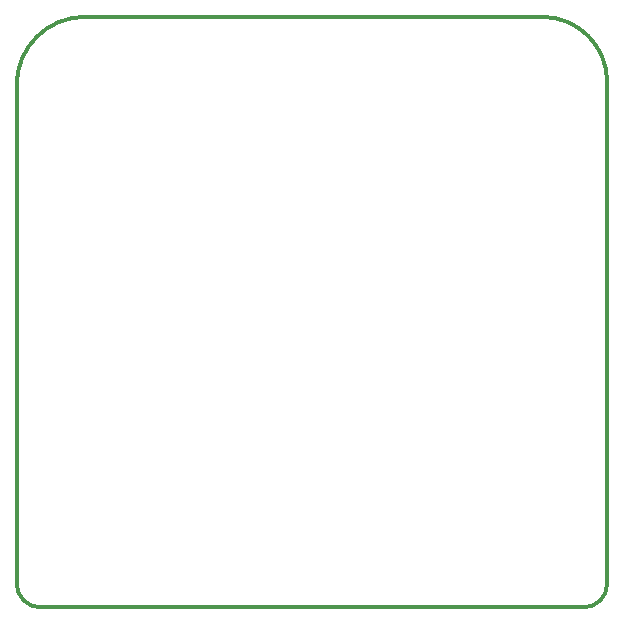
<source format=gko>
%FSLAX25Y25*%
%MOIN*%
G70*
G01*
G75*
G04 Layer_Color=9279142*
%ADD10C,0.03937*%
G04:AMPARAMS|DCode=11|XSize=19.69mil|YSize=31.5mil|CornerRadius=0.98mil|HoleSize=0mil|Usage=FLASHONLY|Rotation=180.000|XOffset=0mil|YOffset=0mil|HoleType=Round|Shape=RoundedRectangle|*
%AMROUNDEDRECTD11*
21,1,0.01969,0.02953,0,0,180.0*
21,1,0.01772,0.03150,0,0,180.0*
1,1,0.00197,-0.00886,0.01476*
1,1,0.00197,0.00886,0.01476*
1,1,0.00197,0.00886,-0.01476*
1,1,0.00197,-0.00886,-0.01476*
%
%ADD11ROUNDEDRECTD11*%
G04:AMPARAMS|DCode=12|XSize=35.43mil|YSize=39.37mil|CornerRadius=1.77mil|HoleSize=0mil|Usage=FLASHONLY|Rotation=270.000|XOffset=0mil|YOffset=0mil|HoleType=Round|Shape=RoundedRectangle|*
%AMROUNDEDRECTD12*
21,1,0.03543,0.03583,0,0,270.0*
21,1,0.03189,0.03937,0,0,270.0*
1,1,0.00354,-0.01791,-0.01595*
1,1,0.00354,-0.01791,0.01595*
1,1,0.00354,0.01791,0.01595*
1,1,0.00354,0.01791,-0.01595*
%
%ADD12ROUNDEDRECTD12*%
G04:AMPARAMS|DCode=13|XSize=19.69mil|YSize=23.62mil|CornerRadius=0.98mil|HoleSize=0mil|Usage=FLASHONLY|Rotation=0.000|XOffset=0mil|YOffset=0mil|HoleType=Round|Shape=RoundedRectangle|*
%AMROUNDEDRECTD13*
21,1,0.01969,0.02165,0,0,0.0*
21,1,0.01772,0.02362,0,0,0.0*
1,1,0.00197,0.00886,-0.01083*
1,1,0.00197,-0.00886,-0.01083*
1,1,0.00197,-0.00886,0.01083*
1,1,0.00197,0.00886,0.01083*
%
%ADD13ROUNDEDRECTD13*%
G04:AMPARAMS|DCode=14|XSize=47.24mil|YSize=70.87mil|CornerRadius=4.72mil|HoleSize=0mil|Usage=FLASHONLY|Rotation=270.000|XOffset=0mil|YOffset=0mil|HoleType=Round|Shape=RoundedRectangle|*
%AMROUNDEDRECTD14*
21,1,0.04724,0.06142,0,0,270.0*
21,1,0.03780,0.07087,0,0,270.0*
1,1,0.00945,-0.03071,-0.01890*
1,1,0.00945,-0.03071,0.01890*
1,1,0.00945,0.03071,0.01890*
1,1,0.00945,0.03071,-0.01890*
%
%ADD14ROUNDEDRECTD14*%
G04:AMPARAMS|DCode=15|XSize=196.85mil|YSize=78.74mil|CornerRadius=3.94mil|HoleSize=0mil|Usage=FLASHONLY|Rotation=270.000|XOffset=0mil|YOffset=0mil|HoleType=Round|Shape=RoundedRectangle|*
%AMROUNDEDRECTD15*
21,1,0.19685,0.07087,0,0,270.0*
21,1,0.18898,0.07874,0,0,270.0*
1,1,0.00787,-0.03543,-0.09449*
1,1,0.00787,-0.03543,0.09449*
1,1,0.00787,0.03543,0.09449*
1,1,0.00787,0.03543,-0.09449*
%
%ADD15ROUNDEDRECTD15*%
%ADD16C,0.01969*%
%ADD17R,0.05906X0.05906*%
%ADD18C,0.05906*%
%ADD19R,0.05906X0.05906*%
%ADD20C,0.17500*%
%ADD21C,0.05000*%
G04:AMPARAMS|DCode=22|XSize=196.85mil|YSize=39.37mil|CornerRadius=1.97mil|HoleSize=0mil|Usage=FLASHONLY|Rotation=270.000|XOffset=0mil|YOffset=0mil|HoleType=Round|Shape=RoundedRectangle|*
%AMROUNDEDRECTD22*
21,1,0.19685,0.03543,0,0,270.0*
21,1,0.19291,0.03937,0,0,270.0*
1,1,0.00394,-0.01772,-0.09646*
1,1,0.00394,-0.01772,0.09646*
1,1,0.00394,0.01772,0.09646*
1,1,0.00394,0.01772,-0.09646*
%
%ADD22ROUNDEDRECTD22*%
G04:AMPARAMS|DCode=23|XSize=118.11mil|YSize=59.06mil|CornerRadius=2.95mil|HoleSize=0mil|Usage=FLASHONLY|Rotation=270.000|XOffset=0mil|YOffset=0mil|HoleType=Round|Shape=RoundedRectangle|*
%AMROUNDEDRECTD23*
21,1,0.11811,0.05315,0,0,270.0*
21,1,0.11221,0.05906,0,0,270.0*
1,1,0.00591,-0.02658,-0.05610*
1,1,0.00591,-0.02658,0.05610*
1,1,0.00591,0.02658,0.05610*
1,1,0.00591,0.02658,-0.05610*
%
%ADD23ROUNDEDRECTD23*%
%ADD24C,0.01575*%
%ADD25C,0.00787*%
%ADD26C,0.00394*%
%ADD27C,0.00492*%
%ADD28C,0.00100*%
%ADD29C,0.01000*%
G04:AMPARAMS|DCode=30|XSize=27.56mil|YSize=39.37mil|CornerRadius=4.92mil|HoleSize=0mil|Usage=FLASHONLY|Rotation=180.000|XOffset=0mil|YOffset=0mil|HoleType=Round|Shape=RoundedRectangle|*
%AMROUNDEDRECTD30*
21,1,0.02756,0.02953,0,0,180.0*
21,1,0.01772,0.03937,0,0,180.0*
1,1,0.00984,-0.00886,0.01476*
1,1,0.00984,0.00886,0.01476*
1,1,0.00984,0.00886,-0.01476*
1,1,0.00984,-0.00886,-0.01476*
%
%ADD30ROUNDEDRECTD30*%
G04:AMPARAMS|DCode=31|XSize=41.34mil|YSize=45.28mil|CornerRadius=4.72mil|HoleSize=0mil|Usage=FLASHONLY|Rotation=270.000|XOffset=0mil|YOffset=0mil|HoleType=Round|Shape=RoundedRectangle|*
%AMROUNDEDRECTD31*
21,1,0.04134,0.03583,0,0,270.0*
21,1,0.03189,0.04528,0,0,270.0*
1,1,0.00945,-0.01791,-0.01595*
1,1,0.00945,-0.01791,0.01595*
1,1,0.00945,0.01791,0.01595*
1,1,0.00945,0.01791,-0.01595*
%
%ADD31ROUNDEDRECTD31*%
G04:AMPARAMS|DCode=32|XSize=25.59mil|YSize=29.53mil|CornerRadius=3.94mil|HoleSize=0mil|Usage=FLASHONLY|Rotation=0.000|XOffset=0mil|YOffset=0mil|HoleType=Round|Shape=RoundedRectangle|*
%AMROUNDEDRECTD32*
21,1,0.02559,0.02165,0,0,0.0*
21,1,0.01772,0.02953,0,0,0.0*
1,1,0.00787,0.00886,-0.01083*
1,1,0.00787,-0.00886,-0.01083*
1,1,0.00787,-0.00886,0.01083*
1,1,0.00787,0.00886,0.01083*
%
%ADD32ROUNDEDRECTD32*%
G04:AMPARAMS|DCode=33|XSize=53.15mil|YSize=76.77mil|CornerRadius=7.68mil|HoleSize=0mil|Usage=FLASHONLY|Rotation=270.000|XOffset=0mil|YOffset=0mil|HoleType=Round|Shape=RoundedRectangle|*
%AMROUNDEDRECTD33*
21,1,0.05315,0.06142,0,0,270.0*
21,1,0.03780,0.07677,0,0,270.0*
1,1,0.01535,-0.03071,-0.01890*
1,1,0.01535,-0.03071,0.01890*
1,1,0.01535,0.03071,0.01890*
1,1,0.01535,0.03071,-0.01890*
%
%ADD33ROUNDEDRECTD33*%
G04:AMPARAMS|DCode=34|XSize=202.76mil|YSize=84.65mil|CornerRadius=6.89mil|HoleSize=0mil|Usage=FLASHONLY|Rotation=270.000|XOffset=0mil|YOffset=0mil|HoleType=Round|Shape=RoundedRectangle|*
%AMROUNDEDRECTD34*
21,1,0.20276,0.07087,0,0,270.0*
21,1,0.18898,0.08465,0,0,270.0*
1,1,0.01378,-0.03543,-0.09449*
1,1,0.01378,-0.03543,0.09449*
1,1,0.01378,0.03543,0.09449*
1,1,0.01378,0.03543,-0.09449*
%
%ADD34ROUNDEDRECTD34*%
%ADD35R,0.06706X0.06706*%
%ADD36C,0.06706*%
%ADD37R,0.06706X0.06706*%
%ADD38C,0.18300*%
%ADD39C,0.05800*%
G04:AMPARAMS|DCode=40|XSize=202.76mil|YSize=45.28mil|CornerRadius=4.92mil|HoleSize=0mil|Usage=FLASHONLY|Rotation=270.000|XOffset=0mil|YOffset=0mil|HoleType=Round|Shape=RoundedRectangle|*
%AMROUNDEDRECTD40*
21,1,0.20276,0.03543,0,0,270.0*
21,1,0.19291,0.04528,0,0,270.0*
1,1,0.00984,-0.01772,-0.09646*
1,1,0.00984,-0.01772,0.09646*
1,1,0.00984,0.01772,0.09646*
1,1,0.00984,0.01772,-0.09646*
%
%ADD40ROUNDEDRECTD40*%
G04:AMPARAMS|DCode=41|XSize=124.02mil|YSize=64.96mil|CornerRadius=5.91mil|HoleSize=0mil|Usage=FLASHONLY|Rotation=270.000|XOffset=0mil|YOffset=0mil|HoleType=Round|Shape=RoundedRectangle|*
%AMROUNDEDRECTD41*
21,1,0.12402,0.05315,0,0,270.0*
21,1,0.11221,0.06496,0,0,270.0*
1,1,0.01181,-0.02658,-0.05610*
1,1,0.01181,-0.02658,0.05610*
1,1,0.01181,0.02658,0.05610*
1,1,0.01181,0.02658,-0.05610*
%
%ADD41ROUNDEDRECTD41*%
%ADD42C,0.00098*%
%ADD43C,0.00197*%
%ADD44C,0.00600*%
%ADD45C,0.01181*%
D45*
X0Y7874D02*
G03*
X7874Y0I7874J0D01*
G01*
X188976D02*
G03*
X196850Y7874I0J7874D01*
G01*
Y175169D02*
G03*
X175169Y196850I-21682J0D01*
G01*
X22787D02*
G03*
X0Y174063I0J-22787D01*
G01*
X7874Y0D02*
X188976D01*
X0Y7874D02*
Y174063D01*
X196850Y7874D02*
Y175169D01*
X22787Y196850D02*
X175169D01*
M02*

</source>
